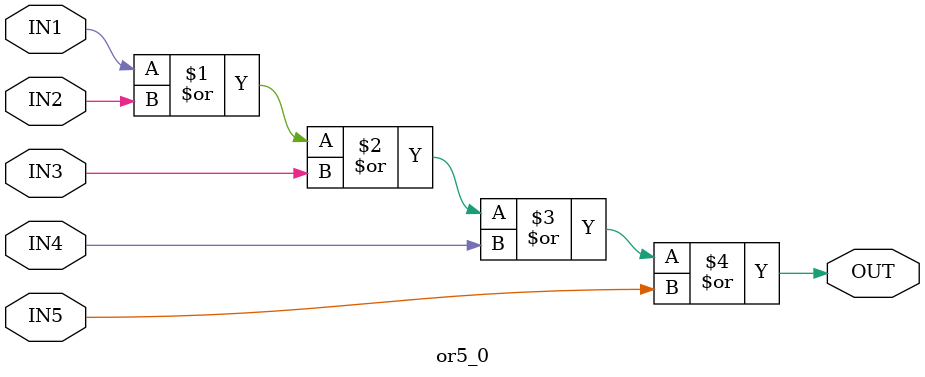
<source format=v>


module Carry_Lookahead_Function(
	C0,
	p0,
	g0,
	p1,
	g1,
	p2,
	g2,
	p3,
	g3,
	PG,
	GG,
	C1,
	C2,
	C3,
	C4
);


input wire	C0;
input wire	p0;
input wire	g0;
input wire	p1;
input wire	g1;
input wire	p2;
input wire	g2;
input wire	p3;
input wire	g3;
output wire	PG;
output wire	GG;
output wire	C1;
output wire	C2;
output wire	C3;
output wire	C4;

wire	SYNTHESIZED_WIRE_0;
wire	SYNTHESIZED_WIRE_1;
wire	SYNTHESIZED_WIRE_13;
wire	SYNTHESIZED_WIRE_14;
wire	SYNTHESIZED_WIRE_4;
wire	SYNTHESIZED_WIRE_15;
wire	SYNTHESIZED_WIRE_9;
wire	SYNTHESIZED_WIRE_10;
wire	SYNTHESIZED_WIRE_11;
wire	SYNTHESIZED_WIRE_12;




assign	C2 = SYNTHESIZED_WIRE_0 | SYNTHESIZED_WIRE_1 | g1;


or5_0	b2v_inst10(
	.IN1(g3),
	.IN3(SYNTHESIZED_WIRE_13),
	.IN2(SYNTHESIZED_WIRE_14),
	.IN5(SYNTHESIZED_WIRE_4),
	.IN4(SYNTHESIZED_WIRE_15),
	.OUT(C4));

assign	GG = g3 | SYNTHESIZED_WIRE_13 | SYNTHESIZED_WIRE_15 | SYNTHESIZED_WIRE_14;

assign	C1 = g0 | SYNTHESIZED_WIRE_9;

assign	SYNTHESIZED_WIRE_9 = p0 & C0;

assign	SYNTHESIZED_WIRE_1 = p1 & p0 & C0;

assign	SYNTHESIZED_WIRE_11 = p2 & p1 & p0 & C0;


and5_1	b2v_inst21(
	.IN3(p1),
	.IN2(p2),
	.IN1(p3),
	.IN5(C0),
	.IN4(p0),
	.OUT(SYNTHESIZED_WIRE_4));

assign	SYNTHESIZED_WIRE_0 = p1 & g0;

assign	SYNTHESIZED_WIRE_12 = p2 & g1;

assign	SYNTHESIZED_WIRE_10 = p2 & p1 & g0;

assign	SYNTHESIZED_WIRE_15 = p3 & p2 & p1 & g0;

assign	SYNTHESIZED_WIRE_14 = p3 & g2;

assign	SYNTHESIZED_WIRE_13 = p3 & p2 & g1;

assign	PG = p0 & p1 & p2 & p3;

assign	C3 = g2 | SYNTHESIZED_WIRE_10 | SYNTHESIZED_WIRE_11 | SYNTHESIZED_WIRE_12;


endmodule

module and5_1(IN3,IN2,IN1,IN5,IN4,OUT);
/* synthesis black_box */

input IN3;
input IN2;
input IN1;
input IN5;
input IN4;
assign OUT = IN1 & IN2 & IN3 & IN4 & IN5;
output OUT;

endmodule

module or5_0(IN1,IN3,IN2,IN5,IN4,OUT);
/* synthesis black_box */

input IN1;
input IN3;
input IN2;
input IN5;
input IN4;
assign OUT = IN1 | IN2 | IN3 | IN4 | IN5;
output OUT;

endmodule

</source>
